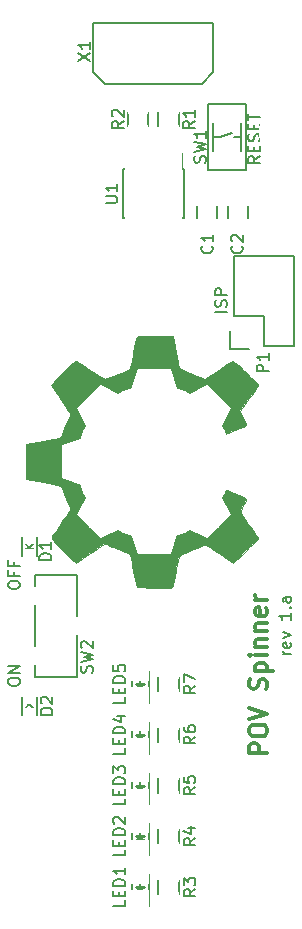
<source format=gto>
G04 #@! TF.GenerationSoftware,KiCad,Pcbnew,(2017-01-24 revision 0b6147e)-makepkg*
G04 #@! TF.CreationDate,2017-06-09T09:58:06-07:00*
G04 #@! TF.ProjectId,POVSpinner,504F565370696E6E65722E6B69636164,rev?*
G04 #@! TF.FileFunction,Legend,Top*
G04 #@! TF.FilePolarity,Positive*
%FSLAX46Y46*%
G04 Gerber Fmt 4.6, Leading zero omitted, Abs format (unit mm)*
G04 Created by KiCad (PCBNEW (2017-01-24 revision 0b6147e)-makepkg) date 06/09/17 09:58:06*
%MOMM*%
%LPD*%
G01*
G04 APERTURE LIST*
%ADD10C,0.100000*%
%ADD11C,0.150000*%
%ADD12C,0.300000*%
%ADD13C,0.010000*%
%ADD14C,0.127000*%
%ADD15C,0.007620*%
%ADD16C,0.152400*%
%ADD17R,1.000000X1.950000*%
%ADD18C,3.500000*%
%ADD19R,1.650000X1.400000*%
%ADD20R,1.100000X1.000000*%
%ADD21R,1.598880X1.598880*%
%ADD22R,2.127200X2.127200*%
%ADD23O,2.127200X2.127200*%
%ADD24R,1.700000X1.100000*%
%ADD25R,0.901700X1.303020*%
%ADD26R,1.800000X1.600000*%
%ADD27C,1.300000*%
%ADD28C,1.504000*%
%ADD29C,1.650006*%
%ADD30R,2.299920X2.299920*%
%ADD31R,0.652780X1.602740*%
%ADD32C,1.900000*%
%ADD33C,13.100000*%
G04 APERTURE END LIST*
D10*
D11*
X136132380Y-102398571D02*
X135465714Y-102398571D01*
X135656190Y-102398571D02*
X135560952Y-102350952D01*
X135513333Y-102303333D01*
X135465714Y-102208095D01*
X135465714Y-102112857D01*
X136084761Y-101398571D02*
X136132380Y-101493809D01*
X136132380Y-101684285D01*
X136084761Y-101779523D01*
X135989523Y-101827142D01*
X135608571Y-101827142D01*
X135513333Y-101779523D01*
X135465714Y-101684285D01*
X135465714Y-101493809D01*
X135513333Y-101398571D01*
X135608571Y-101350952D01*
X135703809Y-101350952D01*
X135799047Y-101827142D01*
X135465714Y-101017619D02*
X136132380Y-100779523D01*
X135465714Y-100541428D01*
X136132380Y-98874761D02*
X136132380Y-99446190D01*
X136132380Y-99160476D02*
X135132380Y-99160476D01*
X135275238Y-99255714D01*
X135370476Y-99350952D01*
X135418095Y-99446190D01*
X136037142Y-98446190D02*
X136084761Y-98398571D01*
X136132380Y-98446190D01*
X136084761Y-98493809D01*
X136037142Y-98446190D01*
X136132380Y-98446190D01*
X136132380Y-97541428D02*
X135608571Y-97541428D01*
X135513333Y-97589047D01*
X135465714Y-97684285D01*
X135465714Y-97874761D01*
X135513333Y-97970000D01*
X136084761Y-97541428D02*
X136132380Y-97636666D01*
X136132380Y-97874761D01*
X136084761Y-97970000D01*
X135989523Y-98017619D01*
X135894285Y-98017619D01*
X135799047Y-97970000D01*
X135751428Y-97874761D01*
X135751428Y-97636666D01*
X135703809Y-97541428D01*
D12*
X134118571Y-110767142D02*
X132618571Y-110767142D01*
X132618571Y-110195714D01*
X132690000Y-110052857D01*
X132761428Y-109981428D01*
X132904285Y-109910000D01*
X133118571Y-109910000D01*
X133261428Y-109981428D01*
X133332857Y-110052857D01*
X133404285Y-110195714D01*
X133404285Y-110767142D01*
X132618571Y-108981428D02*
X132618571Y-108695714D01*
X132690000Y-108552857D01*
X132832857Y-108410000D01*
X133118571Y-108338571D01*
X133618571Y-108338571D01*
X133904285Y-108410000D01*
X134047142Y-108552857D01*
X134118571Y-108695714D01*
X134118571Y-108981428D01*
X134047142Y-109124285D01*
X133904285Y-109267142D01*
X133618571Y-109338571D01*
X133118571Y-109338571D01*
X132832857Y-109267142D01*
X132690000Y-109124285D01*
X132618571Y-108981428D01*
X132618571Y-107910000D02*
X134118571Y-107410000D01*
X132618571Y-106910000D01*
X134047142Y-105338571D02*
X134118571Y-105124285D01*
X134118571Y-104767142D01*
X134047142Y-104624285D01*
X133975714Y-104552857D01*
X133832857Y-104481428D01*
X133690000Y-104481428D01*
X133547142Y-104552857D01*
X133475714Y-104624285D01*
X133404285Y-104767142D01*
X133332857Y-105052857D01*
X133261428Y-105195714D01*
X133190000Y-105267142D01*
X133047142Y-105338571D01*
X132904285Y-105338571D01*
X132761428Y-105267142D01*
X132690000Y-105195714D01*
X132618571Y-105052857D01*
X132618571Y-104695714D01*
X132690000Y-104481428D01*
X133118571Y-103838571D02*
X134618571Y-103838571D01*
X133190000Y-103838571D02*
X133118571Y-103695714D01*
X133118571Y-103410000D01*
X133190000Y-103267142D01*
X133261428Y-103195714D01*
X133404285Y-103124285D01*
X133832857Y-103124285D01*
X133975714Y-103195714D01*
X134047142Y-103267142D01*
X134118571Y-103410000D01*
X134118571Y-103695714D01*
X134047142Y-103838571D01*
X134118571Y-102481428D02*
X133118571Y-102481428D01*
X132618571Y-102481428D02*
X132690000Y-102552857D01*
X132761428Y-102481428D01*
X132690000Y-102410000D01*
X132618571Y-102481428D01*
X132761428Y-102481428D01*
X133118571Y-101767142D02*
X134118571Y-101767142D01*
X133261428Y-101767142D02*
X133190000Y-101695714D01*
X133118571Y-101552857D01*
X133118571Y-101338571D01*
X133190000Y-101195714D01*
X133332857Y-101124285D01*
X134118571Y-101124285D01*
X133118571Y-100410000D02*
X134118571Y-100410000D01*
X133261428Y-100410000D02*
X133190000Y-100338571D01*
X133118571Y-100195714D01*
X133118571Y-99981428D01*
X133190000Y-99838571D01*
X133332857Y-99767142D01*
X134118571Y-99767142D01*
X134047142Y-98481428D02*
X134118571Y-98624285D01*
X134118571Y-98910000D01*
X134047142Y-99052857D01*
X133904285Y-99124285D01*
X133332857Y-99124285D01*
X133190000Y-99052857D01*
X133118571Y-98910000D01*
X133118571Y-98624285D01*
X133190000Y-98481428D01*
X133332857Y-98410000D01*
X133475714Y-98410000D01*
X133618571Y-99124285D01*
X134118571Y-97767142D02*
X133118571Y-97767142D01*
X133404285Y-97767142D02*
X133261428Y-97695714D01*
X133190000Y-97624285D01*
X133118571Y-97481428D01*
X133118571Y-97338571D01*
D11*
X130712380Y-73416190D02*
X129712380Y-73416190D01*
X130664761Y-72987619D02*
X130712380Y-72844761D01*
X130712380Y-72606666D01*
X130664761Y-72511428D01*
X130617142Y-72463809D01*
X130521904Y-72416190D01*
X130426666Y-72416190D01*
X130331428Y-72463809D01*
X130283809Y-72511428D01*
X130236190Y-72606666D01*
X130188571Y-72797142D01*
X130140952Y-72892380D01*
X130093333Y-72940000D01*
X129998095Y-72987619D01*
X129902857Y-72987619D01*
X129807619Y-72940000D01*
X129760000Y-72892380D01*
X129712380Y-72797142D01*
X129712380Y-72559047D01*
X129760000Y-72416190D01*
X130712380Y-71987619D02*
X129712380Y-71987619D01*
X129712380Y-71606666D01*
X129760000Y-71511428D01*
X129807619Y-71463809D01*
X129902857Y-71416190D01*
X130045714Y-71416190D01*
X130140952Y-71463809D01*
X130188571Y-71511428D01*
X130236190Y-71606666D01*
X130236190Y-71987619D01*
X112192380Y-104797619D02*
X112192380Y-104607142D01*
X112240000Y-104511904D01*
X112335238Y-104416666D01*
X112525714Y-104369047D01*
X112859047Y-104369047D01*
X113049523Y-104416666D01*
X113144761Y-104511904D01*
X113192380Y-104607142D01*
X113192380Y-104797619D01*
X113144761Y-104892857D01*
X113049523Y-104988095D01*
X112859047Y-105035714D01*
X112525714Y-105035714D01*
X112335238Y-104988095D01*
X112240000Y-104892857D01*
X112192380Y-104797619D01*
X113192380Y-103940476D02*
X112192380Y-103940476D01*
X113192380Y-103369047D01*
X112192380Y-103369047D01*
X112192380Y-96607142D02*
X112192380Y-96416666D01*
X112240000Y-96321428D01*
X112335238Y-96226190D01*
X112525714Y-96178571D01*
X112859047Y-96178571D01*
X113049523Y-96226190D01*
X113144761Y-96321428D01*
X113192380Y-96416666D01*
X113192380Y-96607142D01*
X113144761Y-96702380D01*
X113049523Y-96797619D01*
X112859047Y-96845238D01*
X112525714Y-96845238D01*
X112335238Y-96797619D01*
X112240000Y-96702380D01*
X112192380Y-96607142D01*
X112668571Y-95416666D02*
X112668571Y-95750000D01*
X113192380Y-95750000D02*
X112192380Y-95750000D01*
X112192380Y-95273809D01*
X112668571Y-94559523D02*
X112668571Y-94892857D01*
X113192380Y-94892857D02*
X112192380Y-94892857D01*
X112192380Y-94416666D01*
X133512380Y-60232380D02*
X133036190Y-60565714D01*
X133512380Y-60803809D02*
X132512380Y-60803809D01*
X132512380Y-60422857D01*
X132560000Y-60327619D01*
X132607619Y-60280000D01*
X132702857Y-60232380D01*
X132845714Y-60232380D01*
X132940952Y-60280000D01*
X132988571Y-60327619D01*
X133036190Y-60422857D01*
X133036190Y-60803809D01*
X132988571Y-59803809D02*
X132988571Y-59470476D01*
X133512380Y-59327619D02*
X133512380Y-59803809D01*
X132512380Y-59803809D01*
X132512380Y-59327619D01*
X133464761Y-58946666D02*
X133512380Y-58803809D01*
X133512380Y-58565714D01*
X133464761Y-58470476D01*
X133417142Y-58422857D01*
X133321904Y-58375238D01*
X133226666Y-58375238D01*
X133131428Y-58422857D01*
X133083809Y-58470476D01*
X133036190Y-58565714D01*
X132988571Y-58756190D01*
X132940952Y-58851428D01*
X132893333Y-58899047D01*
X132798095Y-58946666D01*
X132702857Y-58946666D01*
X132607619Y-58899047D01*
X132560000Y-58851428D01*
X132512380Y-58756190D01*
X132512380Y-58518095D01*
X132560000Y-58375238D01*
X132988571Y-57946666D02*
X132988571Y-57613333D01*
X133512380Y-57470476D02*
X133512380Y-57946666D01*
X132512380Y-57946666D01*
X132512380Y-57470476D01*
X132512380Y-57184761D02*
X132512380Y-56613333D01*
X133512380Y-56899047D02*
X132512380Y-56899047D01*
X127075000Y-61325000D02*
X126930000Y-61325000D01*
X127075000Y-65475000D02*
X126930000Y-65475000D01*
X121925000Y-65475000D02*
X122070000Y-65475000D01*
X121925000Y-61325000D02*
X122070000Y-61325000D01*
X127075000Y-61325000D02*
X127075000Y-65475000D01*
X121925000Y-61325000D02*
X121925000Y-65475000D01*
X126930000Y-61325000D02*
X126930000Y-59925000D01*
D13*
G36*
X114702333Y-84423284D02*
X115150432Y-84337041D01*
X115587187Y-84250559D01*
X115958126Y-84174757D01*
X116180665Y-84126951D01*
X116642997Y-84023000D01*
X117045915Y-83091666D01*
X117203126Y-82721412D01*
X117332089Y-82404632D01*
X117419342Y-82175307D01*
X117451417Y-82067992D01*
X117405893Y-81970820D01*
X117278298Y-81760823D01*
X117084820Y-81463087D01*
X116841643Y-81102697D01*
X116649667Y-80825366D01*
X116381453Y-80437856D01*
X116151164Y-80097627D01*
X115974968Y-79829178D01*
X115869031Y-79657005D01*
X115845333Y-79606645D01*
X115902849Y-79521825D01*
X116059065Y-79345183D01*
X116289482Y-79101071D01*
X116569602Y-78813840D01*
X116874926Y-78507841D01*
X117180956Y-78207425D01*
X117463193Y-77936943D01*
X117697138Y-77720746D01*
X117858294Y-77583185D01*
X117918343Y-77546119D01*
X118014653Y-77591015D01*
X118225511Y-77715031D01*
X118525296Y-77902283D01*
X118888384Y-78136885D01*
X119147333Y-78308000D01*
X119542514Y-78565834D01*
X119896356Y-78786353D01*
X120181805Y-78953497D01*
X120371811Y-79051205D01*
X120430618Y-79069881D01*
X120559541Y-79038042D01*
X120803346Y-78953167D01*
X121122664Y-78831368D01*
X121478122Y-78688759D01*
X121830352Y-78541450D01*
X122139981Y-78405554D01*
X122367639Y-78297184D01*
X122472129Y-78234404D01*
X122510575Y-78131888D01*
X122572669Y-77893006D01*
X122651376Y-77547924D01*
X122739662Y-77126806D01*
X122791387Y-76865279D01*
X122882112Y-76414216D01*
X122967450Y-76021883D01*
X123040321Y-75718503D01*
X123093648Y-75534301D01*
X123112512Y-75494287D01*
X123215986Y-75473019D01*
X123459826Y-75457098D01*
X123815125Y-75447384D01*
X124252974Y-75444739D01*
X124652614Y-75448437D01*
X126123636Y-75471666D01*
X126382518Y-76826271D01*
X126641399Y-78180875D01*
X127765309Y-78625188D01*
X128889218Y-79069500D01*
X130035154Y-78302543D01*
X130424897Y-78046294D01*
X130767553Y-77829678D01*
X131037882Y-77667967D01*
X131210647Y-77576428D01*
X131259252Y-77561959D01*
X131350528Y-77628549D01*
X131534510Y-77787865D01*
X131786403Y-78016335D01*
X132081411Y-78290389D01*
X132394736Y-78586452D01*
X132701583Y-78880954D01*
X132977155Y-79150321D01*
X133196656Y-79370983D01*
X133335289Y-79519366D01*
X133371333Y-79569761D01*
X133324806Y-79657513D01*
X133196360Y-79857896D01*
X133002699Y-80145893D01*
X132760527Y-80496487D01*
X132601064Y-80723404D01*
X131830794Y-81812768D01*
X132108688Y-82387203D01*
X132237061Y-82666247D01*
X132323411Y-82880938D01*
X132352011Y-82991480D01*
X132349791Y-82997266D01*
X132261293Y-83040844D01*
X132047304Y-83133323D01*
X131739752Y-83261218D01*
X131370568Y-83411040D01*
X131363608Y-83413833D01*
X130414216Y-83794773D01*
X130061306Y-83146886D01*
X129665211Y-82541374D01*
X129151401Y-81938011D01*
X128563217Y-81378786D01*
X127944002Y-80905683D01*
X127444667Y-80612042D01*
X126458338Y-80209988D01*
X125451968Y-79974495D01*
X124436029Y-79905563D01*
X123420992Y-80003194D01*
X122417329Y-80267385D01*
X121602667Y-80612042D01*
X121040190Y-80951700D01*
X120459907Y-81405097D01*
X119905293Y-81930707D01*
X119419818Y-82487004D01*
X119046956Y-83032464D01*
X119021540Y-83077557D01*
X118597995Y-84009547D01*
X118334079Y-84970910D01*
X118227120Y-85944709D01*
X118274448Y-86914009D01*
X118473392Y-87861874D01*
X118821280Y-88771367D01*
X119315442Y-89625552D01*
X119953206Y-90407494D01*
X120218823Y-90669333D01*
X120810857Y-91170717D01*
X121407143Y-91562971D01*
X122071605Y-91884688D01*
X122511884Y-92053623D01*
X122810240Y-92156566D01*
X123057865Y-92228615D01*
X123296567Y-92275258D01*
X123568156Y-92301985D01*
X123914442Y-92314283D01*
X124377234Y-92317641D01*
X124523667Y-92317727D01*
X125024077Y-92315809D01*
X125396977Y-92306397D01*
X125684173Y-92284001D01*
X125927478Y-92243132D01*
X126168699Y-92178303D01*
X126449648Y-92084024D01*
X126535449Y-92053623D01*
X127253220Y-91762623D01*
X127866610Y-91426886D01*
X128440495Y-91006795D01*
X128863161Y-90632201D01*
X129132846Y-90353870D01*
X129419529Y-90017240D01*
X129700741Y-89653854D01*
X129954015Y-89295251D01*
X130156883Y-88972974D01*
X130286877Y-88718564D01*
X130323333Y-88582369D01*
X130374272Y-88451380D01*
X130396233Y-88432939D01*
X130502988Y-88443559D01*
X130725017Y-88510010D01*
X131024025Y-88616772D01*
X131361718Y-88748327D01*
X131699801Y-88889157D01*
X131999981Y-89023742D01*
X132223963Y-89136565D01*
X132333453Y-89212106D01*
X132337806Y-89219752D01*
X132314590Y-89336799D01*
X132223292Y-89549615D01*
X132100162Y-89782379D01*
X131966563Y-90042418D01*
X131885293Y-90253610D01*
X131873012Y-90360130D01*
X131934749Y-90464608D01*
X132076702Y-90679323D01*
X132280324Y-90976964D01*
X132527071Y-91330219D01*
X132642929Y-91493987D01*
X132898039Y-91855034D01*
X133114140Y-92164343D01*
X133274097Y-92397116D01*
X133360779Y-92528557D01*
X133371333Y-92548270D01*
X133314425Y-92614321D01*
X133156558Y-92779833D01*
X132917017Y-93025038D01*
X132615090Y-93330171D01*
X132324038Y-93621655D01*
X131276743Y-94666435D01*
X130124941Y-93895551D01*
X129733704Y-93636767D01*
X129389638Y-93414964D01*
X129118007Y-93245972D01*
X128944075Y-93145621D01*
X128894600Y-93124666D01*
X128769486Y-93155645D01*
X128527419Y-93238546D01*
X128206077Y-93358313D01*
X127843136Y-93499894D01*
X127476273Y-93648234D01*
X127143165Y-93788279D01*
X126881488Y-93904975D01*
X126728919Y-93983267D01*
X126709170Y-93997875D01*
X126658021Y-94114025D01*
X126586559Y-94363988D01*
X126503073Y-94714677D01*
X126415853Y-95133007D01*
X126387026Y-95283666D01*
X126303932Y-95722248D01*
X126228508Y-96109703D01*
X126167668Y-96411284D01*
X126128321Y-96592245D01*
X126121372Y-96619094D01*
X126093142Y-96672952D01*
X126029121Y-96711471D01*
X125905619Y-96736603D01*
X125698946Y-96750302D01*
X125385415Y-96754520D01*
X124941334Y-96751212D01*
X124580849Y-96746094D01*
X123084333Y-96723000D01*
X122892349Y-95749333D01*
X122806056Y-95312329D01*
X122722240Y-94888984D01*
X122651790Y-94534238D01*
X122613294Y-94341353D01*
X122526224Y-93907040D01*
X121492005Y-93473520D01*
X121103926Y-93312765D01*
X120772240Y-93178984D01*
X120527990Y-93084430D01*
X120402215Y-93041358D01*
X120393911Y-93040000D01*
X120305740Y-93084826D01*
X120101626Y-93209006D01*
X119805934Y-93397097D01*
X119443031Y-93633654D01*
X119131472Y-93840215D01*
X117932908Y-94640431D01*
X117206621Y-93974505D01*
X116736791Y-93539479D01*
X116382742Y-93200419D01*
X116131710Y-92943061D01*
X115970932Y-92753144D01*
X115887644Y-92616404D01*
X115869082Y-92518579D01*
X115876515Y-92488196D01*
X115942251Y-92372794D01*
X116088024Y-92147067D01*
X116295482Y-91838506D01*
X116546275Y-91474603D01*
X116692199Y-91266270D01*
X116953782Y-90889526D01*
X117176613Y-90558329D01*
X117343876Y-90298499D01*
X117438754Y-90135855D01*
X117454000Y-90096690D01*
X117422767Y-89993463D01*
X117339673Y-89773327D01*
X117220626Y-89474554D01*
X117081535Y-89135416D01*
X116938308Y-88794186D01*
X116806852Y-88489135D01*
X116703076Y-88258536D01*
X116642888Y-88140661D01*
X116638661Y-88135130D01*
X116548356Y-88108875D01*
X116318817Y-88058680D01*
X115977556Y-87990099D01*
X115552085Y-87908687D01*
X115145575Y-87833693D01*
X113686333Y-87568791D01*
X113686333Y-84615666D01*
X114702333Y-84423284D01*
X114702333Y-84423284D01*
G37*
X114702333Y-84423284D02*
X115150432Y-84337041D01*
X115587187Y-84250559D01*
X115958126Y-84174757D01*
X116180665Y-84126951D01*
X116642997Y-84023000D01*
X117045915Y-83091666D01*
X117203126Y-82721412D01*
X117332089Y-82404632D01*
X117419342Y-82175307D01*
X117451417Y-82067992D01*
X117405893Y-81970820D01*
X117278298Y-81760823D01*
X117084820Y-81463087D01*
X116841643Y-81102697D01*
X116649667Y-80825366D01*
X116381453Y-80437856D01*
X116151164Y-80097627D01*
X115974968Y-79829178D01*
X115869031Y-79657005D01*
X115845333Y-79606645D01*
X115902849Y-79521825D01*
X116059065Y-79345183D01*
X116289482Y-79101071D01*
X116569602Y-78813840D01*
X116874926Y-78507841D01*
X117180956Y-78207425D01*
X117463193Y-77936943D01*
X117697138Y-77720746D01*
X117858294Y-77583185D01*
X117918343Y-77546119D01*
X118014653Y-77591015D01*
X118225511Y-77715031D01*
X118525296Y-77902283D01*
X118888384Y-78136885D01*
X119147333Y-78308000D01*
X119542514Y-78565834D01*
X119896356Y-78786353D01*
X120181805Y-78953497D01*
X120371811Y-79051205D01*
X120430618Y-79069881D01*
X120559541Y-79038042D01*
X120803346Y-78953167D01*
X121122664Y-78831368D01*
X121478122Y-78688759D01*
X121830352Y-78541450D01*
X122139981Y-78405554D01*
X122367639Y-78297184D01*
X122472129Y-78234404D01*
X122510575Y-78131888D01*
X122572669Y-77893006D01*
X122651376Y-77547924D01*
X122739662Y-77126806D01*
X122791387Y-76865279D01*
X122882112Y-76414216D01*
X122967450Y-76021883D01*
X123040321Y-75718503D01*
X123093648Y-75534301D01*
X123112512Y-75494287D01*
X123215986Y-75473019D01*
X123459826Y-75457098D01*
X123815125Y-75447384D01*
X124252974Y-75444739D01*
X124652614Y-75448437D01*
X126123636Y-75471666D01*
X126382518Y-76826271D01*
X126641399Y-78180875D01*
X127765309Y-78625188D01*
X128889218Y-79069500D01*
X130035154Y-78302543D01*
X130424897Y-78046294D01*
X130767553Y-77829678D01*
X131037882Y-77667967D01*
X131210647Y-77576428D01*
X131259252Y-77561959D01*
X131350528Y-77628549D01*
X131534510Y-77787865D01*
X131786403Y-78016335D01*
X132081411Y-78290389D01*
X132394736Y-78586452D01*
X132701583Y-78880954D01*
X132977155Y-79150321D01*
X133196656Y-79370983D01*
X133335289Y-79519366D01*
X133371333Y-79569761D01*
X133324806Y-79657513D01*
X133196360Y-79857896D01*
X133002699Y-80145893D01*
X132760527Y-80496487D01*
X132601064Y-80723404D01*
X131830794Y-81812768D01*
X132108688Y-82387203D01*
X132237061Y-82666247D01*
X132323411Y-82880938D01*
X132352011Y-82991480D01*
X132349791Y-82997266D01*
X132261293Y-83040844D01*
X132047304Y-83133323D01*
X131739752Y-83261218D01*
X131370568Y-83411040D01*
X131363608Y-83413833D01*
X130414216Y-83794773D01*
X130061306Y-83146886D01*
X129665211Y-82541374D01*
X129151401Y-81938011D01*
X128563217Y-81378786D01*
X127944002Y-80905683D01*
X127444667Y-80612042D01*
X126458338Y-80209988D01*
X125451968Y-79974495D01*
X124436029Y-79905563D01*
X123420992Y-80003194D01*
X122417329Y-80267385D01*
X121602667Y-80612042D01*
X121040190Y-80951700D01*
X120459907Y-81405097D01*
X119905293Y-81930707D01*
X119419818Y-82487004D01*
X119046956Y-83032464D01*
X119021540Y-83077557D01*
X118597995Y-84009547D01*
X118334079Y-84970910D01*
X118227120Y-85944709D01*
X118274448Y-86914009D01*
X118473392Y-87861874D01*
X118821280Y-88771367D01*
X119315442Y-89625552D01*
X119953206Y-90407494D01*
X120218823Y-90669333D01*
X120810857Y-91170717D01*
X121407143Y-91562971D01*
X122071605Y-91884688D01*
X122511884Y-92053623D01*
X122810240Y-92156566D01*
X123057865Y-92228615D01*
X123296567Y-92275258D01*
X123568156Y-92301985D01*
X123914442Y-92314283D01*
X124377234Y-92317641D01*
X124523667Y-92317727D01*
X125024077Y-92315809D01*
X125396977Y-92306397D01*
X125684173Y-92284001D01*
X125927478Y-92243132D01*
X126168699Y-92178303D01*
X126449648Y-92084024D01*
X126535449Y-92053623D01*
X127253220Y-91762623D01*
X127866610Y-91426886D01*
X128440495Y-91006795D01*
X128863161Y-90632201D01*
X129132846Y-90353870D01*
X129419529Y-90017240D01*
X129700741Y-89653854D01*
X129954015Y-89295251D01*
X130156883Y-88972974D01*
X130286877Y-88718564D01*
X130323333Y-88582369D01*
X130374272Y-88451380D01*
X130396233Y-88432939D01*
X130502988Y-88443559D01*
X130725017Y-88510010D01*
X131024025Y-88616772D01*
X131361718Y-88748327D01*
X131699801Y-88889157D01*
X131999981Y-89023742D01*
X132223963Y-89136565D01*
X132333453Y-89212106D01*
X132337806Y-89219752D01*
X132314590Y-89336799D01*
X132223292Y-89549615D01*
X132100162Y-89782379D01*
X131966563Y-90042418D01*
X131885293Y-90253610D01*
X131873012Y-90360130D01*
X131934749Y-90464608D01*
X132076702Y-90679323D01*
X132280324Y-90976964D01*
X132527071Y-91330219D01*
X132642929Y-91493987D01*
X132898039Y-91855034D01*
X133114140Y-92164343D01*
X133274097Y-92397116D01*
X133360779Y-92528557D01*
X133371333Y-92548270D01*
X133314425Y-92614321D01*
X133156558Y-92779833D01*
X132917017Y-93025038D01*
X132615090Y-93330171D01*
X132324038Y-93621655D01*
X131276743Y-94666435D01*
X130124941Y-93895551D01*
X129733704Y-93636767D01*
X129389638Y-93414964D01*
X129118007Y-93245972D01*
X128944075Y-93145621D01*
X128894600Y-93124666D01*
X128769486Y-93155645D01*
X128527419Y-93238546D01*
X128206077Y-93358313D01*
X127843136Y-93499894D01*
X127476273Y-93648234D01*
X127143165Y-93788279D01*
X126881488Y-93904975D01*
X126728919Y-93983267D01*
X126709170Y-93997875D01*
X126658021Y-94114025D01*
X126586559Y-94363988D01*
X126503073Y-94714677D01*
X126415853Y-95133007D01*
X126387026Y-95283666D01*
X126303932Y-95722248D01*
X126228508Y-96109703D01*
X126167668Y-96411284D01*
X126128321Y-96592245D01*
X126121372Y-96619094D01*
X126093142Y-96672952D01*
X126029121Y-96711471D01*
X125905619Y-96736603D01*
X125698946Y-96750302D01*
X125385415Y-96754520D01*
X124941334Y-96751212D01*
X124580849Y-96746094D01*
X123084333Y-96723000D01*
X122892349Y-95749333D01*
X122806056Y-95312329D01*
X122722240Y-94888984D01*
X122651790Y-94534238D01*
X122613294Y-94341353D01*
X122526224Y-93907040D01*
X121492005Y-93473520D01*
X121103926Y-93312765D01*
X120772240Y-93178984D01*
X120527990Y-93084430D01*
X120402215Y-93041358D01*
X120393911Y-93040000D01*
X120305740Y-93084826D01*
X120101626Y-93209006D01*
X119805934Y-93397097D01*
X119443031Y-93633654D01*
X119131472Y-93840215D01*
X117932908Y-94640431D01*
X117206621Y-93974505D01*
X116736791Y-93539479D01*
X116382742Y-93200419D01*
X116131710Y-92943061D01*
X115970932Y-92753144D01*
X115887644Y-92616404D01*
X115869082Y-92518579D01*
X115876515Y-92488196D01*
X115942251Y-92372794D01*
X116088024Y-92147067D01*
X116295482Y-91838506D01*
X116546275Y-91474603D01*
X116692199Y-91266270D01*
X116953782Y-90889526D01*
X117176613Y-90558329D01*
X117343876Y-90298499D01*
X117438754Y-90135855D01*
X117454000Y-90096690D01*
X117422767Y-89993463D01*
X117339673Y-89773327D01*
X117220626Y-89474554D01*
X117081535Y-89135416D01*
X116938308Y-88794186D01*
X116806852Y-88489135D01*
X116703076Y-88258536D01*
X116642888Y-88140661D01*
X116638661Y-88135130D01*
X116548356Y-88108875D01*
X116318817Y-88058680D01*
X115977556Y-87990099D01*
X115552085Y-87908687D01*
X115145575Y-87833693D01*
X113686333Y-87568791D01*
X113686333Y-84615666D01*
X114702333Y-84423284D01*
D11*
X128200000Y-64430000D02*
X128200000Y-65430000D01*
X129900000Y-65430000D02*
X129900000Y-64430000D01*
X132480000Y-65420000D02*
X132480000Y-64420000D01*
X130780000Y-64420000D02*
X130780000Y-65420000D01*
X114600000Y-94031000D02*
X114600000Y-92481000D01*
X113400000Y-94031000D02*
X113400000Y-92481000D01*
X114000000Y-93377000D02*
X114381000Y-92996000D01*
X113619000Y-92996000D02*
X114000000Y-93377000D01*
X114381000Y-92996000D02*
X113619000Y-92996000D01*
X114381000Y-93504000D02*
X113619000Y-93504000D01*
X113619000Y-106496000D02*
X114381000Y-106496000D01*
X113619000Y-107004000D02*
X114381000Y-107004000D01*
X114381000Y-107004000D02*
X114000000Y-106623000D01*
X114000000Y-106623000D02*
X113619000Y-107004000D01*
X114600000Y-105969000D02*
X114600000Y-107519000D01*
X113400000Y-105969000D02*
X113400000Y-107519000D01*
X124150000Y-123700000D02*
X124150000Y-121000000D01*
X122650000Y-123700000D02*
X122650000Y-121000000D01*
X123550000Y-122200000D02*
X123300000Y-122200000D01*
X123300000Y-122200000D02*
X123450000Y-122350000D01*
X123050000Y-122450000D02*
X123750000Y-122450000D01*
X123400000Y-122100000D02*
X123400000Y-121750000D01*
X123400000Y-122450000D02*
X123050000Y-122100000D01*
X123050000Y-122100000D02*
X123750000Y-122100000D01*
X123750000Y-122100000D02*
X123400000Y-122450000D01*
X123750000Y-117800000D02*
X123400000Y-118150000D01*
X123050000Y-117800000D02*
X123750000Y-117800000D01*
X123400000Y-118150000D02*
X123050000Y-117800000D01*
X123400000Y-117800000D02*
X123400000Y-117450000D01*
X123050000Y-118150000D02*
X123750000Y-118150000D01*
X123300000Y-117900000D02*
X123450000Y-118050000D01*
X123550000Y-117900000D02*
X123300000Y-117900000D01*
X122650000Y-119400000D02*
X122650000Y-116700000D01*
X124150000Y-119400000D02*
X124150000Y-116700000D01*
X124150000Y-115100000D02*
X124150000Y-112400000D01*
X122650000Y-115100000D02*
X122650000Y-112400000D01*
X123550000Y-113600000D02*
X123300000Y-113600000D01*
X123300000Y-113600000D02*
X123450000Y-113750000D01*
X123050000Y-113850000D02*
X123750000Y-113850000D01*
X123400000Y-113500000D02*
X123400000Y-113150000D01*
X123400000Y-113850000D02*
X123050000Y-113500000D01*
X123050000Y-113500000D02*
X123750000Y-113500000D01*
X123750000Y-113500000D02*
X123400000Y-113850000D01*
X123750000Y-109200000D02*
X123400000Y-109550000D01*
X123050000Y-109200000D02*
X123750000Y-109200000D01*
X123400000Y-109550000D02*
X123050000Y-109200000D01*
X123400000Y-109200000D02*
X123400000Y-108850000D01*
X123050000Y-109550000D02*
X123750000Y-109550000D01*
X123300000Y-109300000D02*
X123450000Y-109450000D01*
X123550000Y-109300000D02*
X123300000Y-109300000D01*
X122650000Y-110800000D02*
X122650000Y-108100000D01*
X124150000Y-110800000D02*
X124150000Y-108100000D01*
X124150000Y-106500000D02*
X124150000Y-103800000D01*
X122650000Y-106500000D02*
X122650000Y-103800000D01*
X123550000Y-105000000D02*
X123300000Y-105000000D01*
X123300000Y-105000000D02*
X123450000Y-105150000D01*
X123050000Y-105250000D02*
X123750000Y-105250000D01*
X123400000Y-104900000D02*
X123400000Y-104550000D01*
X123400000Y-105250000D02*
X123050000Y-104900000D01*
X123050000Y-104900000D02*
X123750000Y-104900000D01*
X123750000Y-104900000D02*
X123400000Y-105250000D01*
X131300000Y-68670000D02*
X131300000Y-73750000D01*
X131020000Y-76570000D02*
X131020000Y-75020000D01*
X133840000Y-76290000D02*
X133840000Y-73750000D01*
X133840000Y-73750000D02*
X131300000Y-73750000D01*
X131300000Y-68670000D02*
X136380000Y-68670000D01*
X136380000Y-68670000D02*
X136380000Y-73750000D01*
X131020000Y-76570000D02*
X132570000Y-76570000D01*
X136380000Y-76290000D02*
X133840000Y-76290000D01*
X136380000Y-73750000D02*
X136380000Y-76290000D01*
X126675000Y-56500000D02*
X126675000Y-57700000D01*
X124925000Y-57700000D02*
X124925000Y-56500000D01*
X122325000Y-57700000D02*
X122325000Y-56500000D01*
X124075000Y-56500000D02*
X124075000Y-57700000D01*
X126675000Y-121500000D02*
X126675000Y-122700000D01*
X124925000Y-122700000D02*
X124925000Y-121500000D01*
X124925000Y-118400000D02*
X124925000Y-117200000D01*
X126675000Y-117200000D02*
X126675000Y-118400000D01*
X126675000Y-112900000D02*
X126675000Y-114100000D01*
X124925000Y-114100000D02*
X124925000Y-112900000D01*
X124925000Y-109800000D02*
X124925000Y-108600000D01*
X126675000Y-108600000D02*
X126675000Y-109800000D01*
X126675000Y-104300000D02*
X126675000Y-105500000D01*
X124925000Y-105500000D02*
X124925000Y-104300000D01*
D14*
X132337660Y-55820920D02*
X132337660Y-61419080D01*
X132337660Y-61419080D02*
X129142340Y-61419080D01*
X129142340Y-61419080D02*
X129142340Y-55820920D01*
X129142340Y-55820920D02*
X132337660Y-55820920D01*
X131938880Y-57421120D02*
X131938880Y-58620000D01*
X131938880Y-58620000D02*
X131938880Y-59818880D01*
X129541120Y-57421120D02*
X129541120Y-58620000D01*
X129541120Y-58620000D02*
X129541120Y-59818880D01*
X129541120Y-58620000D02*
X130140560Y-58620000D01*
X131938880Y-58620000D02*
X131339440Y-58620000D01*
X130140560Y-58620000D02*
X131138780Y-58221220D01*
D11*
X114472000Y-95682000D02*
X114472000Y-96698000D01*
X114472000Y-98222000D02*
X114472000Y-101778000D01*
X118028000Y-104318000D02*
X118028000Y-100635000D01*
X114472000Y-104318000D02*
X118028000Y-104318000D01*
X114472000Y-103175000D02*
X114472000Y-104318000D01*
X118028000Y-95682000D02*
X114472000Y-95682000D01*
X118028000Y-99365000D02*
X118028000Y-95682000D01*
D15*
X128048380Y-50750980D02*
X128048380Y-50052480D01*
D14*
X119420000Y-53097940D02*
X119420000Y-48945040D01*
X120420760Y-54098700D02*
X119420000Y-53097940D01*
X128579240Y-54098700D02*
X120420760Y-54098700D01*
X129580000Y-53097940D02*
X128579240Y-54098700D01*
X129580000Y-48945040D02*
X129580000Y-53097940D01*
X129580000Y-48945040D02*
X119420000Y-48945040D01*
D11*
X130956895Y-86080000D02*
G75*
G03X130956895Y-86080000I-6406895J0D01*
G01*
X120452380Y-64161904D02*
X121261904Y-64161904D01*
X121357142Y-64114285D01*
X121404761Y-64066666D01*
X121452380Y-63971428D01*
X121452380Y-63780952D01*
X121404761Y-63685714D01*
X121357142Y-63638095D01*
X121261904Y-63590476D01*
X120452380Y-63590476D01*
X121452380Y-62590476D02*
X121452380Y-63161904D01*
X121452380Y-62876190D02*
X120452380Y-62876190D01*
X120595238Y-62971428D01*
X120690476Y-63066666D01*
X120738095Y-63161904D01*
X129447142Y-67816666D02*
X129494761Y-67864285D01*
X129542380Y-68007142D01*
X129542380Y-68102380D01*
X129494761Y-68245238D01*
X129399523Y-68340476D01*
X129304285Y-68388095D01*
X129113809Y-68435714D01*
X128970952Y-68435714D01*
X128780476Y-68388095D01*
X128685238Y-68340476D01*
X128590000Y-68245238D01*
X128542380Y-68102380D01*
X128542380Y-68007142D01*
X128590000Y-67864285D01*
X128637619Y-67816666D01*
X129542380Y-66864285D02*
X129542380Y-67435714D01*
X129542380Y-67150000D02*
X128542380Y-67150000D01*
X128685238Y-67245238D01*
X128780476Y-67340476D01*
X128828095Y-67435714D01*
X131987142Y-67816666D02*
X132034761Y-67864285D01*
X132082380Y-68007142D01*
X132082380Y-68102380D01*
X132034761Y-68245238D01*
X131939523Y-68340476D01*
X131844285Y-68388095D01*
X131653809Y-68435714D01*
X131510952Y-68435714D01*
X131320476Y-68388095D01*
X131225238Y-68340476D01*
X131130000Y-68245238D01*
X131082380Y-68102380D01*
X131082380Y-68007142D01*
X131130000Y-67864285D01*
X131177619Y-67816666D01*
X131177619Y-67435714D02*
X131130000Y-67388095D01*
X131082380Y-67292857D01*
X131082380Y-67054761D01*
X131130000Y-66959523D01*
X131177619Y-66911904D01*
X131272857Y-66864285D01*
X131368095Y-66864285D01*
X131510952Y-66911904D01*
X132082380Y-67483333D01*
X132082380Y-66864285D01*
X115852380Y-94408095D02*
X114852380Y-94408095D01*
X114852380Y-94170000D01*
X114900000Y-94027142D01*
X114995238Y-93931904D01*
X115090476Y-93884285D01*
X115280952Y-93836666D01*
X115423809Y-93836666D01*
X115614285Y-93884285D01*
X115709523Y-93931904D01*
X115804761Y-94027142D01*
X115852380Y-94170000D01*
X115852380Y-94408095D01*
X115852380Y-92884285D02*
X115852380Y-93455714D01*
X115852380Y-93170000D02*
X114852380Y-93170000D01*
X114995238Y-93265238D01*
X115090476Y-93360476D01*
X115138095Y-93455714D01*
X115952380Y-107488095D02*
X114952380Y-107488095D01*
X114952380Y-107250000D01*
X115000000Y-107107142D01*
X115095238Y-107011904D01*
X115190476Y-106964285D01*
X115380952Y-106916666D01*
X115523809Y-106916666D01*
X115714285Y-106964285D01*
X115809523Y-107011904D01*
X115904761Y-107107142D01*
X115952380Y-107250000D01*
X115952380Y-107488095D01*
X115047619Y-106535714D02*
X115000000Y-106488095D01*
X114952380Y-106392857D01*
X114952380Y-106154761D01*
X115000000Y-106059523D01*
X115047619Y-106011904D01*
X115142857Y-105964285D01*
X115238095Y-105964285D01*
X115380952Y-106011904D01*
X115952380Y-106583333D01*
X115952380Y-105964285D01*
X122102380Y-123219047D02*
X122102380Y-123695238D01*
X121102380Y-123695238D01*
X121578571Y-122885714D02*
X121578571Y-122552380D01*
X122102380Y-122409523D02*
X122102380Y-122885714D01*
X121102380Y-122885714D01*
X121102380Y-122409523D01*
X122102380Y-121980952D02*
X121102380Y-121980952D01*
X121102380Y-121742857D01*
X121150000Y-121600000D01*
X121245238Y-121504761D01*
X121340476Y-121457142D01*
X121530952Y-121409523D01*
X121673809Y-121409523D01*
X121864285Y-121457142D01*
X121959523Y-121504761D01*
X122054761Y-121600000D01*
X122102380Y-121742857D01*
X122102380Y-121980952D01*
X122102380Y-120457142D02*
X122102380Y-121028571D01*
X122102380Y-120742857D02*
X121102380Y-120742857D01*
X121245238Y-120838095D01*
X121340476Y-120933333D01*
X121388095Y-121028571D01*
X122102380Y-118919047D02*
X122102380Y-119395238D01*
X121102380Y-119395238D01*
X121578571Y-118585714D02*
X121578571Y-118252380D01*
X122102380Y-118109523D02*
X122102380Y-118585714D01*
X121102380Y-118585714D01*
X121102380Y-118109523D01*
X122102380Y-117680952D02*
X121102380Y-117680952D01*
X121102380Y-117442857D01*
X121150000Y-117300000D01*
X121245238Y-117204761D01*
X121340476Y-117157142D01*
X121530952Y-117109523D01*
X121673809Y-117109523D01*
X121864285Y-117157142D01*
X121959523Y-117204761D01*
X122054761Y-117300000D01*
X122102380Y-117442857D01*
X122102380Y-117680952D01*
X121197619Y-116728571D02*
X121150000Y-116680952D01*
X121102380Y-116585714D01*
X121102380Y-116347619D01*
X121150000Y-116252380D01*
X121197619Y-116204761D01*
X121292857Y-116157142D01*
X121388095Y-116157142D01*
X121530952Y-116204761D01*
X122102380Y-116776190D01*
X122102380Y-116157142D01*
X122102380Y-114619047D02*
X122102380Y-115095238D01*
X121102380Y-115095238D01*
X121578571Y-114285714D02*
X121578571Y-113952380D01*
X122102380Y-113809523D02*
X122102380Y-114285714D01*
X121102380Y-114285714D01*
X121102380Y-113809523D01*
X122102380Y-113380952D02*
X121102380Y-113380952D01*
X121102380Y-113142857D01*
X121150000Y-113000000D01*
X121245238Y-112904761D01*
X121340476Y-112857142D01*
X121530952Y-112809523D01*
X121673809Y-112809523D01*
X121864285Y-112857142D01*
X121959523Y-112904761D01*
X122054761Y-113000000D01*
X122102380Y-113142857D01*
X122102380Y-113380952D01*
X121102380Y-112476190D02*
X121102380Y-111857142D01*
X121483333Y-112190476D01*
X121483333Y-112047619D01*
X121530952Y-111952380D01*
X121578571Y-111904761D01*
X121673809Y-111857142D01*
X121911904Y-111857142D01*
X122007142Y-111904761D01*
X122054761Y-111952380D01*
X122102380Y-112047619D01*
X122102380Y-112333333D01*
X122054761Y-112428571D01*
X122007142Y-112476190D01*
X122102380Y-110319047D02*
X122102380Y-110795238D01*
X121102380Y-110795238D01*
X121578571Y-109985714D02*
X121578571Y-109652380D01*
X122102380Y-109509523D02*
X122102380Y-109985714D01*
X121102380Y-109985714D01*
X121102380Y-109509523D01*
X122102380Y-109080952D02*
X121102380Y-109080952D01*
X121102380Y-108842857D01*
X121150000Y-108700000D01*
X121245238Y-108604761D01*
X121340476Y-108557142D01*
X121530952Y-108509523D01*
X121673809Y-108509523D01*
X121864285Y-108557142D01*
X121959523Y-108604761D01*
X122054761Y-108700000D01*
X122102380Y-108842857D01*
X122102380Y-109080952D01*
X121435714Y-107652380D02*
X122102380Y-107652380D01*
X121054761Y-107890476D02*
X121769047Y-108128571D01*
X121769047Y-107509523D01*
X122102380Y-106019047D02*
X122102380Y-106495238D01*
X121102380Y-106495238D01*
X121578571Y-105685714D02*
X121578571Y-105352380D01*
X122102380Y-105209523D02*
X122102380Y-105685714D01*
X121102380Y-105685714D01*
X121102380Y-105209523D01*
X122102380Y-104780952D02*
X121102380Y-104780952D01*
X121102380Y-104542857D01*
X121150000Y-104400000D01*
X121245238Y-104304761D01*
X121340476Y-104257142D01*
X121530952Y-104209523D01*
X121673809Y-104209523D01*
X121864285Y-104257142D01*
X121959523Y-104304761D01*
X122054761Y-104400000D01*
X122102380Y-104542857D01*
X122102380Y-104780952D01*
X121102380Y-103304761D02*
X121102380Y-103780952D01*
X121578571Y-103828571D01*
X121530952Y-103780952D01*
X121483333Y-103685714D01*
X121483333Y-103447619D01*
X121530952Y-103352380D01*
X121578571Y-103304761D01*
X121673809Y-103257142D01*
X121911904Y-103257142D01*
X122007142Y-103304761D01*
X122054761Y-103352380D01*
X122102380Y-103447619D01*
X122102380Y-103685714D01*
X122054761Y-103780952D01*
X122007142Y-103828571D01*
X134242380Y-78438095D02*
X133242380Y-78438095D01*
X133242380Y-78057142D01*
X133290000Y-77961904D01*
X133337619Y-77914285D01*
X133432857Y-77866666D01*
X133575714Y-77866666D01*
X133670952Y-77914285D01*
X133718571Y-77961904D01*
X133766190Y-78057142D01*
X133766190Y-78438095D01*
X134242380Y-76914285D02*
X134242380Y-77485714D01*
X134242380Y-77200000D02*
X133242380Y-77200000D01*
X133385238Y-77295238D01*
X133480476Y-77390476D01*
X133528095Y-77485714D01*
X127992380Y-57266666D02*
X127516190Y-57600000D01*
X127992380Y-57838095D02*
X126992380Y-57838095D01*
X126992380Y-57457142D01*
X127040000Y-57361904D01*
X127087619Y-57314285D01*
X127182857Y-57266666D01*
X127325714Y-57266666D01*
X127420952Y-57314285D01*
X127468571Y-57361904D01*
X127516190Y-57457142D01*
X127516190Y-57838095D01*
X127992380Y-56314285D02*
X127992380Y-56885714D01*
X127992380Y-56600000D02*
X126992380Y-56600000D01*
X127135238Y-56695238D01*
X127230476Y-56790476D01*
X127278095Y-56885714D01*
X121972380Y-57236666D02*
X121496190Y-57570000D01*
X121972380Y-57808095D02*
X120972380Y-57808095D01*
X120972380Y-57427142D01*
X121020000Y-57331904D01*
X121067619Y-57284285D01*
X121162857Y-57236666D01*
X121305714Y-57236666D01*
X121400952Y-57284285D01*
X121448571Y-57331904D01*
X121496190Y-57427142D01*
X121496190Y-57808095D01*
X121067619Y-56855714D02*
X121020000Y-56808095D01*
X120972380Y-56712857D01*
X120972380Y-56474761D01*
X121020000Y-56379523D01*
X121067619Y-56331904D01*
X121162857Y-56284285D01*
X121258095Y-56284285D01*
X121400952Y-56331904D01*
X121972380Y-56903333D01*
X121972380Y-56284285D01*
X128052380Y-122266666D02*
X127576190Y-122600000D01*
X128052380Y-122838095D02*
X127052380Y-122838095D01*
X127052380Y-122457142D01*
X127100000Y-122361904D01*
X127147619Y-122314285D01*
X127242857Y-122266666D01*
X127385714Y-122266666D01*
X127480952Y-122314285D01*
X127528571Y-122361904D01*
X127576190Y-122457142D01*
X127576190Y-122838095D01*
X127052380Y-121933333D02*
X127052380Y-121314285D01*
X127433333Y-121647619D01*
X127433333Y-121504761D01*
X127480952Y-121409523D01*
X127528571Y-121361904D01*
X127623809Y-121314285D01*
X127861904Y-121314285D01*
X127957142Y-121361904D01*
X128004761Y-121409523D01*
X128052380Y-121504761D01*
X128052380Y-121790476D01*
X128004761Y-121885714D01*
X127957142Y-121933333D01*
X128052380Y-117966666D02*
X127576190Y-118300000D01*
X128052380Y-118538095D02*
X127052380Y-118538095D01*
X127052380Y-118157142D01*
X127100000Y-118061904D01*
X127147619Y-118014285D01*
X127242857Y-117966666D01*
X127385714Y-117966666D01*
X127480952Y-118014285D01*
X127528571Y-118061904D01*
X127576190Y-118157142D01*
X127576190Y-118538095D01*
X127385714Y-117109523D02*
X128052380Y-117109523D01*
X127004761Y-117347619D02*
X127719047Y-117585714D01*
X127719047Y-116966666D01*
X128052380Y-113666666D02*
X127576190Y-114000000D01*
X128052380Y-114238095D02*
X127052380Y-114238095D01*
X127052380Y-113857142D01*
X127100000Y-113761904D01*
X127147619Y-113714285D01*
X127242857Y-113666666D01*
X127385714Y-113666666D01*
X127480952Y-113714285D01*
X127528571Y-113761904D01*
X127576190Y-113857142D01*
X127576190Y-114238095D01*
X127052380Y-112761904D02*
X127052380Y-113238095D01*
X127528571Y-113285714D01*
X127480952Y-113238095D01*
X127433333Y-113142857D01*
X127433333Y-112904761D01*
X127480952Y-112809523D01*
X127528571Y-112761904D01*
X127623809Y-112714285D01*
X127861904Y-112714285D01*
X127957142Y-112761904D01*
X128004761Y-112809523D01*
X128052380Y-112904761D01*
X128052380Y-113142857D01*
X128004761Y-113238095D01*
X127957142Y-113285714D01*
X128052380Y-109366666D02*
X127576190Y-109700000D01*
X128052380Y-109938095D02*
X127052380Y-109938095D01*
X127052380Y-109557142D01*
X127100000Y-109461904D01*
X127147619Y-109414285D01*
X127242857Y-109366666D01*
X127385714Y-109366666D01*
X127480952Y-109414285D01*
X127528571Y-109461904D01*
X127576190Y-109557142D01*
X127576190Y-109938095D01*
X127052380Y-108509523D02*
X127052380Y-108700000D01*
X127100000Y-108795238D01*
X127147619Y-108842857D01*
X127290476Y-108938095D01*
X127480952Y-108985714D01*
X127861904Y-108985714D01*
X127957142Y-108938095D01*
X128004761Y-108890476D01*
X128052380Y-108795238D01*
X128052380Y-108604761D01*
X128004761Y-108509523D01*
X127957142Y-108461904D01*
X127861904Y-108414285D01*
X127623809Y-108414285D01*
X127528571Y-108461904D01*
X127480952Y-108509523D01*
X127433333Y-108604761D01*
X127433333Y-108795238D01*
X127480952Y-108890476D01*
X127528571Y-108938095D01*
X127623809Y-108985714D01*
X128052380Y-105066666D02*
X127576190Y-105400000D01*
X128052380Y-105638095D02*
X127052380Y-105638095D01*
X127052380Y-105257142D01*
X127100000Y-105161904D01*
X127147619Y-105114285D01*
X127242857Y-105066666D01*
X127385714Y-105066666D01*
X127480952Y-105114285D01*
X127528571Y-105161904D01*
X127576190Y-105257142D01*
X127576190Y-105638095D01*
X127052380Y-104733333D02*
X127052380Y-104066666D01*
X128052380Y-104495238D01*
D16*
X128901238Y-60764666D02*
X128949619Y-60619523D01*
X128949619Y-60377619D01*
X128901238Y-60280857D01*
X128852857Y-60232476D01*
X128756095Y-60184095D01*
X128659333Y-60184095D01*
X128562571Y-60232476D01*
X128514190Y-60280857D01*
X128465809Y-60377619D01*
X128417428Y-60571142D01*
X128369047Y-60667904D01*
X128320666Y-60716285D01*
X128223904Y-60764666D01*
X128127142Y-60764666D01*
X128030380Y-60716285D01*
X127982000Y-60667904D01*
X127933619Y-60571142D01*
X127933619Y-60329238D01*
X127982000Y-60184095D01*
X127933619Y-59845428D02*
X128949619Y-59603523D01*
X128223904Y-59410000D01*
X128949619Y-59216476D01*
X127933619Y-58974571D01*
X128949619Y-58055333D02*
X128949619Y-58635904D01*
X128949619Y-58345619D02*
X127933619Y-58345619D01*
X128078761Y-58442380D01*
X128175523Y-58539142D01*
X128223904Y-58635904D01*
D11*
X119294761Y-103933333D02*
X119342380Y-103790476D01*
X119342380Y-103552380D01*
X119294761Y-103457142D01*
X119247142Y-103409523D01*
X119151904Y-103361904D01*
X119056666Y-103361904D01*
X118961428Y-103409523D01*
X118913809Y-103457142D01*
X118866190Y-103552380D01*
X118818571Y-103742857D01*
X118770952Y-103838095D01*
X118723333Y-103885714D01*
X118628095Y-103933333D01*
X118532857Y-103933333D01*
X118437619Y-103885714D01*
X118390000Y-103838095D01*
X118342380Y-103742857D01*
X118342380Y-103504761D01*
X118390000Y-103361904D01*
X118342380Y-103028571D02*
X119342380Y-102790476D01*
X118628095Y-102600000D01*
X119342380Y-102409523D01*
X118342380Y-102171428D01*
X118437619Y-101838095D02*
X118390000Y-101790476D01*
X118342380Y-101695238D01*
X118342380Y-101457142D01*
X118390000Y-101361904D01*
X118437619Y-101314285D01*
X118532857Y-101266666D01*
X118628095Y-101266666D01*
X118770952Y-101314285D01*
X119342380Y-101885714D01*
X119342380Y-101266666D01*
D16*
X118143619Y-52122476D02*
X119159619Y-51445142D01*
X118143619Y-51445142D02*
X119159619Y-52122476D01*
X119159619Y-50525904D02*
X119159619Y-51106476D01*
X119159619Y-50816190D02*
X118143619Y-50816190D01*
X118288761Y-50912952D01*
X118385523Y-51009714D01*
X118433904Y-51106476D01*
%LPC*%
D17*
X126405000Y-60700000D03*
X125135000Y-60700000D03*
X123865000Y-60700000D03*
X122595000Y-60700000D03*
X122595000Y-66100000D03*
X123865000Y-66100000D03*
X125135000Y-66100000D03*
X126405000Y-66100000D03*
D18*
X135155000Y-58200000D03*
X114045000Y-58200000D03*
X135155000Y-113900000D03*
X114045000Y-113900000D03*
D19*
X129050000Y-65930000D03*
X129050000Y-63930000D03*
X131630000Y-63920000D03*
X131630000Y-65920000D03*
D20*
X114000000Y-93950000D03*
X114000000Y-92550000D03*
X114000000Y-107450000D03*
X114000000Y-106050000D03*
D21*
X123400000Y-121050980D03*
X123400000Y-123149020D03*
X123400000Y-118849020D03*
X123400000Y-116750980D03*
X123400000Y-112450980D03*
X123400000Y-114549020D03*
X123400000Y-110249020D03*
X123400000Y-108150980D03*
X123400000Y-103850980D03*
X123400000Y-105949020D03*
D22*
X132570000Y-75020000D03*
D23*
X135110000Y-75020000D03*
X132570000Y-72480000D03*
X135110000Y-72480000D03*
X132570000Y-69940001D03*
X135110000Y-69940000D03*
D24*
X125800000Y-58050000D03*
X125800000Y-56150000D03*
X123200000Y-56150000D03*
X123200000Y-58050000D03*
X125800000Y-123050000D03*
X125800000Y-121150000D03*
X125800000Y-116850000D03*
X125800000Y-118750000D03*
X125800000Y-114450000D03*
X125800000Y-112550000D03*
X125800000Y-108250000D03*
X125800000Y-110150000D03*
X125800000Y-105850000D03*
X125800000Y-103950000D03*
D25*
X131814420Y-56547360D03*
X131814420Y-60692640D03*
X129665580Y-56547360D03*
X129665580Y-60692640D03*
D26*
X114042740Y-97493020D03*
X114042740Y-102493020D03*
X118442740Y-99993020D03*
D27*
X116242740Y-96593020D03*
X116242740Y-103393020D03*
D28*
X127002060Y-53070000D03*
X122002060Y-53070000D03*
D29*
X121070000Y-50400000D03*
X127930000Y-50400000D03*
D30*
X123301120Y-50395380D03*
X125698880Y-50395380D03*
D31*
X123202060Y-53070000D03*
X123852300Y-53070000D03*
X124500000Y-53070000D03*
X125147700Y-53070000D03*
X125797940Y-53070000D03*
D32*
X124550000Y-79222000D03*
D10*
G36*
X126577486Y-80172000D02*
X122522514Y-80172000D01*
X123155848Y-78272000D01*
X125944152Y-78272000D01*
X126577486Y-80172000D01*
X126577486Y-80172000D01*
G37*
D33*
X124550000Y-86080000D03*
D32*
X124550000Y-92938000D03*
D10*
G36*
X122522514Y-91988000D02*
X126577486Y-91988000D01*
X125944152Y-93888000D01*
X123155848Y-93888000D01*
X122522514Y-91988000D01*
X122522514Y-91988000D01*
G37*
D32*
X119724000Y-81254000D03*
D10*
G36*
X121829401Y-80492102D02*
X118962102Y-83359401D01*
X118066434Y-81568063D01*
X120038063Y-79596434D01*
X121829401Y-80492102D01*
X121829401Y-80492102D01*
G37*
D32*
X129376000Y-81254000D03*
D10*
G36*
X130137898Y-83359401D02*
X127270599Y-80492102D01*
X129061937Y-79596434D01*
X131033566Y-81568063D01*
X130137898Y-83359401D01*
X130137898Y-83359401D01*
G37*
D32*
X119724000Y-90906000D03*
D10*
G36*
X118962102Y-88800599D02*
X121829401Y-91667898D01*
X120038063Y-92563566D01*
X118066434Y-90591937D01*
X118962102Y-88800599D01*
X118962102Y-88800599D01*
G37*
D32*
X129376000Y-90906000D03*
D10*
G36*
X127270599Y-91667898D02*
X130137898Y-88800599D01*
X131033566Y-90591937D01*
X129061937Y-92563566D01*
X127270599Y-91667898D01*
X127270599Y-91667898D01*
G37*
D32*
X117692000Y-86080000D03*
D10*
G36*
X118642000Y-84052514D02*
X118642000Y-88107486D01*
X116742000Y-87474152D01*
X116742000Y-84685848D01*
X118642000Y-84052514D01*
X118642000Y-84052514D01*
G37*
M02*

</source>
